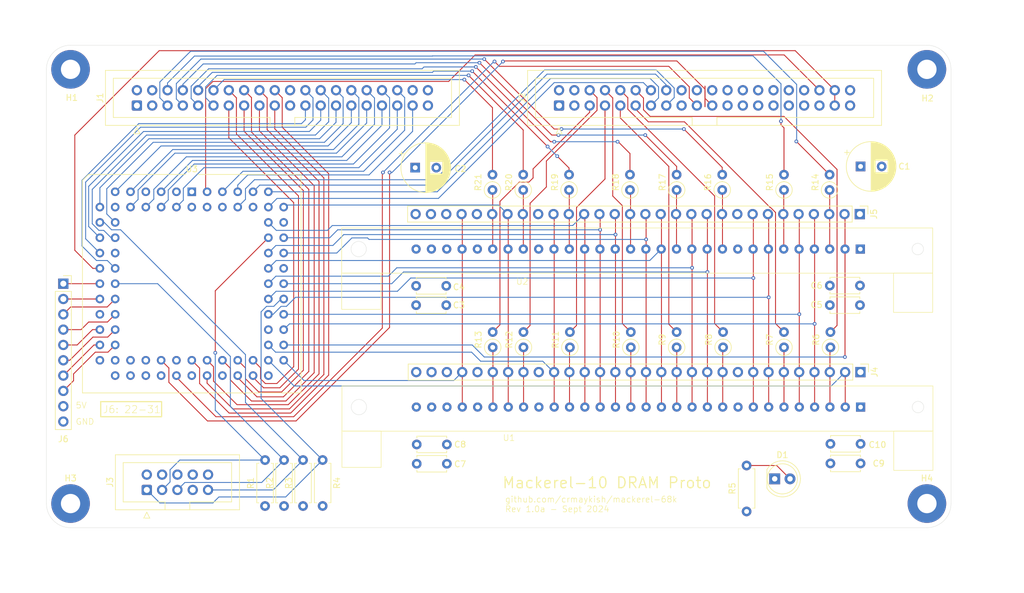
<source format=kicad_pcb>
(kicad_pcb (version 20240108) (generator "pcbnew") (generator_version "8.0")
  (layers (0 "F.Cu" signal) (1 "In1.Cu" signal) (2 "In2.Cu" signal) (31 "B.Cu" signal) (34 "B.Paste" user) (35 "F.Paste" user) (36 "B.SilkS" user "B.Silkscreen") (37 "F.SilkS" user "F.Silkscreen") (38 "B.Mask" user) (39 "F.Mask" user) (44 "Edge.Cuts" user))
  (net 0 "")
  (net 1 "GND")
  (net 2 "A4")
  (net 3 "D9")
  (net 4 "A10")
  (net 5 "+5V")
  (net 6 "A16")
  (net 7 "A15")
  (net 8 "D14")
  (net 9 "D15")
  (net 10 "A23")
  (net 11 "A18")
  (net 12 "A20")
  (net 13 "A6")
  (net 14 "A1")
  (net 15 "D13")
  (net 16 "A21")
  (net 17 "D12")
  (net 18 "D10")
  (net 19 "D11")
  (net 20 "A17")
  (net 21 "A9")
  (net 22 "A13")
  (net 23 "A12")
  (net 24 "A5")
  (net 25 "A8")
  (net 26 "A19")
  (net 27 "A7")
  (net 28 "A22")
  (net 29 "A14")
  (net 30 "A2")
  (net 31 "D8")
  (net 32 "A3")
  (net 33 "A11")
  (net 34 "{slash}EXP")
  (net 35 "R{slash}W")
  (net 36 "GPIO_4")
  (net 37 "D4")
  (net 38 "{slash}VPA")
  (net 39 "GPIO_0")
  (net 40 "{slash}AS")
  (net 41 "{slash}IACK_EXP")
  (net 42 "D7")
  (net 43 "D5")
  (net 44 "{slash}UDS")
  (net 45 "GPIO_2")
  (net 46 "{slash}DTACK_EXP")
  (net 47 "GPIO_7")
  (net 48 "{slash}IRQ_EXP")
  (net 49 "{slash}RESET")
  (net 50 "D2")
  (net 51 "{slash}LDS")
  (net 52 "CLK_SRC")
  (net 53 "GPIO_5")
  (net 54 "D6")
  (net 55 "GPIO_6")
  (net 56 "GPIO_1")
  (net 57 "D3")
  (net 58 "CLK_CPU")
  (net 59 "D0")
  (net 60 "D1")
  (net 61 "GPIO_3")
  (net 62 "{slash}BERR")
  (net 69 "Net-(J6-Pin_1)")
  (net 70 "Net-(J6-Pin_8)")
  (net 71 "TDI")
  (net 72 "TDO")
  (net 74 "TCK")
  (net 76 "TMS")
  (net 78 "Net-(D1-A)")
  (net 79 "RAM_A2")
  (net 80 "RAM_A6")
  (net 81 "RAM_A11")
  (net 82 "RAM_A9")
  (net 83 "RAM_A7")
  (net 84 "RAM_A1")
  (net 85 "RAM_A3")
  (net 86 "CAS0")
  (net 87 "RAS")
  (net 88 "RAM_A0")
  (net 89 "RAM_A8")
  (net 90 "RAMWR")
  (net 91 "RAM_A10")
  (net 92 "RAM_A5")
  (net 93 "RAM_A4")
  (net 94 "CAS1")
  (net 101 "Net-(J6-Pin_7)")
  (net 102 "Net-(J6-Pin_6)")
  (net 109 "RAM_D0")
  (net 110 "RAM_D6")
  (net 111 "RAM_D5")
  (net 112 "RAM_D7")
  (net 113 "RAM_D4")
  (net 114 "RAM_D2")
  (net 115 "RAM_D1")
  (net 116 "RAM_D3")
  (net 117 "RAM_D9")
  (net 118 "RAM_D14")
  (net 119 "RAM_D15")
  (net 120 "RAM_D13")
  (net 121 "RAM_D11")
  (net 122 "RAM_D12")
  (net 123 "RAM_D10")
  (net 124 "RAM_D8")
  (net 125 "Net-(J6-Pin_4)")
  (net 126 "Net-(J6-Pin_5)")
  (net 127 "Net-(J6-Pin_3)")
  (net 128 "Net-(J6-Pin_2)")
  (footprint "Capacitor_THT:C_Disc_D4.7mm_W2.5mm_P5.00mm" (layer "F.Cu") (at 81.3 63.1)
    (property "Reference" "C3")
    (property "Value" "0.1uF")
  )
  (footprint "Resistor_THT:R_Axial_DIN0207_L6.3mm_D2.5mm_P2.54mm_Vertical" (layer "F.Cu") (at 99.06 44 90)
    (property "Reference" "R20")
    (property "Value" "22")
  )
  (footprint "Resistor_THT:R_Axial_DIN0207_L6.3mm_D2.5mm_P2.54mm_Vertical" (layer "F.Cu") (at 116.9 70.1 90)
    (property "Reference" "R10")
    (property "Value" "22")
  )
  (footprint "Capacitor_THT:C_Disc_D4.7mm_W2.5mm_P5.00mm" (layer "F.Cu") (at 154.9 59.85 180)
    (property "Reference" "C6")
    (property "Value" "0.1uF")
  )
  (footprint "Capacitor_THT:C_Disc_D4.7mm_W2.5mm_P5.00mm" (layer "F.Cu") (at 155 89.35 180)
    (property "Reference" "C9")
    (property "Value" "0.1uF")
  )
  (footprint "Resistor_THT:R_Axial_DIN0207_L6.3mm_D2.5mm_P2.54mm_Vertical" (layer "F.Cu") (at 99.1 70.1 90)
    (property "Reference" "R12")
    (property "Value" "22")
  )
  (footprint "LED_THT:LED_D5.0mm" (layer "F.Cu") (at 140.76 91.9)
    (property "Reference" "D1")
    (property "Value" "LED")
  )
  (footprint "Capacitor_THT:C_Disc_D4.7mm_W2.5mm_P5.00mm" (layer "F.Cu") (at 155 86.1 180)
    (property "Reference" "C10")
    (property "Value" "0.1uF")
  )
  (footprint "Resistor_THT:R_Axial_DIN0207_L6.3mm_D2.5mm_P7.62mm_Horizontal" (layer "F.Cu") (at 62.55 96.41 90)
    (property "Reference" "R3")
    (property "Value" "R")
  )
  (footprint "Resistor_THT:R_Axial_DIN0207_L6.3mm_D2.5mm_P7.62mm_Horizontal" (layer "F.Cu") (at 65.8 88.78 -90)
    (property "Reference" "R4")
    (property "Value" "R")
  )
  (footprint "Connector_IDC:IDC-Header_2x20_P2.54mm_Vertical" (layer "F.Cu") (at 105 30 90)
    (property "Reference" "J2")
    (property "Value" "Conn_02x20_Odd_Even")
  )
  (footprint "Capacitor_THT:CP_Radial_D8.0mm_P3.50mm" (layer "F.Cu") (at 155 40.1)
    (property "Reference" "C1")
    (property "Value" "1000uF")
  )
  (footprint "Capacitor_THT:C_Disc_D4.7mm_W2.5mm_P5.00mm" (layer "F.Cu") (at 81.4 89.4)
    (property "Reference" "C7")
    (property "Value" "0.1uF")
  )
  (footprint "Connector_PinSocket_2.54mm:PinSocket_1x10_P2.54mm_Vertical" (layer "F.Cu") (at 22.8 59.54)
    (property "Reference" "J6")
    (property "Value" "Conn_01x10")
  )
  (footprint "Resistor_THT:R_Axial_DIN0207_L6.3mm_D2.5mm_P2.54mm_Vertical" (layer "F.Cu") (at 116.76 44 90)
    (property "Reference" "R18")
    (property "Value" "22")
  )
  (footprint "Connector_PinHeader_2.54mm:PinHeader_1x30_P2.54mm_Vertical" (layer "F.Cu") (at 154.88 48 -90)
    (property "Reference" "J5")
    (property "Value" "Conn_01x30")
  )
  (footprint "Package_LCC:PLCC-84_THT-Socket" (layer "F.Cu") (at 44.1 44.3)
    (property "Reference" "U3")
    (property "Value" "~")
  )
  (footprint "Capacitor_THT:CP_Radial_D8.0mm_P3.50mm" (layer "F.Cu") (at 81.147349 40.3)
    (property "Reference" "C2")
    (property "Value" "1000uF")
  )
  (footprint "Resistor_THT:R_Axial_DIN0207_L6.3mm_D2.5mm_P7.62mm_Horizontal" (layer "F.Cu") (at 136.1 97.31 90)
    (property "Reference" "R5")
    (property "Value" "R")
  )
  (footprint "Connector_PinHeader_2.54mm:PinHeader_1x30_P2.54mm_Vertical" (layer "F.Cu") (at 154.98 74.2 -90)
    (property "Reference" "J4")
    (property "Value" "Conn_01x30")
  )
  (footprint "Resistor_THT:R_Axial_DIN0207_L6.3mm_D2.5mm_P2.54mm_Vertical" (layer "F.Cu") (at 132.2 70.1 90)
    (property "Reference" "R8")
    (property "Value" "22")
  )
  (footprint "mackerel:SIMM-30" (layer "F.Cu") (at 154.96 53.8)
    (property "Reference" "U2")
    (property "Value" "~")
    (fp_circle (center -83.185 0) (end -81.915 0) (stroke (width 0.05)) (fill none) (layer "Edge.Cuts"))
    (fp_circle (center 9.525 0) (end 10.4775 0) (stroke (width 0.05)) (fill none) (layer "Edge.Cuts"))
  )
  (footprint "Connector_IDC:IDC-Header_2x20_P2.54mm_Vertical" (layer "F.Cu") (at 35 30 90)
    (property "Reference" "J1")
    (property "Value" "Conn_02x20_Odd_Even")
  )
  (footprint "Resistor_THT:R_Axial_DIN0207_L6.3mm_D2.5mm_P2.54mm_Vertical" (layer "F.Cu") (at 124.5 44 90)
    (property "Reference" "R17")
    (property "Value" "22")
  )
  (footprint "MountingHole:MountingHole_3.2mm_M3_Pad" (layer "F.Cu") (at 24 24)
    (property "Reference" "H1")
    (property "Value" "MountingHole_Pad")
  )
  (footprint "Resistor_THT:R_Axial_DIN0207_L6.3mm_D2.5mm_P2.54mm_Vertical" (layer "F.Cu") (at 94 70.1 90)
    (property "Reference" "R13")
    (property "Value" "22")
  )
  (footprint "Resistor_THT:R_Axial_DIN0207_L6.3mm_D2.5mm_P2.54mm_Vertical" (layer "F.Cu") (at 106.8 70.1 90)
    (property "Reference" "R11")
    (property "Value" "22")
  )
  (footprint "Resistor_THT:R_Axial_DIN0207_L6.3mm_D2.5mm_P7.62mm_Horizontal" (layer "F.Cu") (at 56.25 96.41 90)
    (property "Reference" "R1")
    (property "Value" "R")
  )
  (footprint "MountingHole:MountingHole_3.2mm_M3_Pad" (layer "F.Cu") (at 166 24)
    (property "Reference" "H2")
    (property "Value" "MountingHole_Pad")
  )
  (footprint "Resistor_THT:R_Axial_DIN0207_L6.3mm_D2.5mm_P2.54mm_Vertical" (layer "F.Cu") (at 124.5 70.1 90)
    (property "Reference" "R9")
    (property "Value" "22")
  )
  (footprint "Connector_IDC:IDC-Header_2x05_P2.54mm_Vertical" (layer "F.Cu") (at 36.64 93.74 90)
    (property "Reference" "J3")
    (property "Value" "Conn_02x05_Odd_Even")
  )
  (footprint "Resistor_THT:R_Axial_DIN0207_L6.3mm_D2.5mm_P2.54mm_Vertical" (layer "F.Cu") (at 142.3 44 90)
    (property "Reference" "R15")
    (property "Value" "22")
  )
  (footprint "Resistor_THT:R_Axial_DIN0207_L6.3mm_D2.5mm_P2.54mm_Vertical" (layer "F.Cu") (at 106.66 44 90)
    (property "Reference" "R19")
    (property "Value" "22")
  )
  (footprint "Capacitor_THT:C_Disc_D4.7mm_W2.5mm_P5.00mm" (layer "F.Cu") (at 81.3 59.9)
    (property "Reference" "C4")
    (property "Value" "0.1uF")
  )
  (footprint "Resistor_THT:R_Axial_DIN0207_L6.3mm_D2.5mm_P2.54mm_Vertical" (layer "F.Cu") (at 142.3 70.1 90)
    (property "Reference" "R7")
    (property "Value" "22")
  )
  (footprint "Resistor_THT:R_Axial_DIN0207_L6.3mm_D2.5mm_P2.54mm_Vertical" (layer "F.Cu") (at 150 70.1 90)
    (property "Reference" "R6")
    (property "Value" "22")
  )
  (footprint "MountingHole:MountingHole_3.2mm_M3_Pad" (layer "F.Cu") (at 166 96)
    (property "Reference" "H4")
    (property "Value" "MountingHole_Pad")
  )
  (footprint "MountingHole:MountingHole_3.2mm_M3_Pad" (layer "F.Cu") (at 24 96)
    (property "Reference" "H3")
    (property "Value" "MountingHole_Pad")
  )
  (footprint "Resistor_THT:R_Axial_DIN0207_L6.3mm_D2.5mm_P2.54mm_Vertical" (layer "F.Cu") (at 132.06 44 90)
    (property "Reference" "R16")
    (property "Value" "22")
  )
  (footprint "Resistor_THT:R_Axial_DIN0207_L6.3mm_D2.5mm_P7.62mm_Horizontal" (layer "F.Cu") (at 59.4 96.41 90)
    (property "Reference" "R2")
    (property "Value" "R")
  )
  (footprint "Resistor_THT:R_Axial_DIN0207_L6.3mm_D2.5mm_P2.54mm_Vertical" (layer "F.Cu") (at 149.86 44 90)
    (property "Reference" "R14")
    (property "Value" "22")
  )
  (footprint "Capacitor_THT:C_Disc_D4.7mm_W2.5mm_P5.00mm" (layer "F.Cu") (at 154.9 63.1 180)
    (property "Reference" "C5")
    (property "Value" "0.1uF")
  )
  (footprint "Capacitor_THT:C_Disc_D4.7mm_W2.5mm_P5.00mm" (layer "F.Cu") (at 81.4 86.2)
    (property "Reference" "C8")
    (property "Value" "0.1uF")
  )
  (footprint "mackerel:SIMM-30" (layer "F.Cu") (at 155 80)
    (property "Reference" "U1")
    (property "Value" "~")
    (fp_circle (center -83.185 0) (end -81.915 0) (stroke (width 0.05)) (fill none) (layer "Edge.Cuts"))
    (fp_circle (center 9.525 0) (end 10.4775 0) (stroke (width 0.05)) (fill none) (layer "Edge.Cuts"))
  )
  (footprint "Resistor_THT:R_Axial_DIN0207_L6.3mm_D2.5mm_P2.54mm_Vertical" (layer "F.Cu") (at 93.96 44 90)
    (property "Reference" "R21")
    (property "Value" "22")
  )
  (gr_rect (start 29 79.1) (end 39.1 81.6) (stroke (width 0.2)) (fill none) (layer "F.SilkS"))
  (gr_arc (start 166 20) (mid 168.828427 21.171573) (end 170 24) (stroke (width 0.05)) (layer "Edge.Cuts"))
  (gr_line (start 166 20) (end 24 20) (stroke (width 0.05)) (layer "Edge.Cuts"))
  (gr_line (start 170 96) (end 170 24) (stroke (width 0.05)) (layer "Edge.Cuts"))
  (gr_line (start 24 100) (end 166 100) (stroke (width 0.05)) (layer "Edge.Cuts"))
  (gr_arc (start 24 100) (mid 21.171573 98.828427) (end 20 96) (stroke (width 0.05)) (layer "Edge.Cuts"))
  (gr_arc (start 20 24) (mid 21.171573 21.171573) (end 24 20) (stroke (width 0.05)) (layer "Edge.Cuts"))
  (gr_line (start 20 24) (end 20 96) (stroke (width 0.05)) (layer "Edge.Cuts"))
  (gr_arc (start 170 96) (mid 168.828427 98.828427) (end 166 100) (stroke (width 0.05)) (layer "Edge.Cuts"))
  (gr_text "GND" (at 24.8 83 0) (layer "F.SilkS") (effects (font (size 1 1) (thickness 0.1)) (justify left bottom)))
  (gr_text "J6: 22-31" (at 29.3 81.1 0) (layer "F.SilkS") (effects (font (size 1.2 1.2) (thickness 0.1)) (justify left bottom)))
  (gr_text "Mackerel-10 DRAM Proto" (at 95.5 93.6 0) (layer "F.SilkS") (effects (font (size 1.8 1.8) (thickness 0.2)) (justify left bottom)))
  (gr_text "github.com/crmaykish/mackerel-68k\nRev 1.0a - Sept 2024" (at 96 97.5 0) (layer "F.SilkS") (effects (font (size 1 1) (thickness 0.1)) (justify left bottom)))
  (gr_text "5V" (at 24.8 80.3 0) (layer "F.SilkS") (effects (font (size 1 1) (thickness 0.1)) (justify left bottom)))
  (segment (start 54 34.4) (end 63.5 43.9) (width 0.1524) (layer "F.Cu") (net 2))
  (segment (start 51.72 75.12) (end 51.72 74.78) (width 0.1524) (layer "F.Cu") (net 2))
  (segment (start 63.5 74.1) (end 59.3 78.3) (width 0.1524) (layer "F.Cu") (net 2))
  (segment (start 54.9 78.3) (end 51.72 75.12) (width 0.1524) (layer "F.Cu") (net 2))
  (segment (start 52.78 27.46) (end 54 28.68) (width 0.1524) (layer "F.Cu") (net 2))
  (segment (start 59.3 78.3) (end 54.9 78.3) (width 0.1524) (layer "F.Cu") (net 2))
  (segment (start 63.5 43.9) (end 63.5 74.1) (width 0.1524) (layer "F.Cu") (net 2))
  (segment (start 54 28.68) (end 54 34.4) (width 0.1524) (layer "F.Cu") (net 2))
  (segment (start 141.8 33.2) (end 142.3 33.7) (width 0.1524) (layer "F.Cu") (net 3))
  (segment (start 142.3 33.7) (end 142.3 41.46) (width 0.1524) (layer "F.Cu") (net 3))
  (segment (start 141.8 32.6) (end 141.8 33.2) (width 0.1524) (layer "F.Cu") (net 3))
  (via (at 141.8 32.6) (size 0.6096) (drill 0.3048) (layers "F.Cu" "B.Cu") (net 3))
  (segment (start 40.08 26.257919) (end 44.537919 21.8) (width 0.1524) (layer "B.Cu") (net 3))
  (segment (start 40.08 27.46) (end 40.08 26.257919) (width 0.1524) (layer "B.Cu") (net 3))
  (segment (start 84 21.8) (end 84.0334 21.7666) (width 0.1524) (layer "B.Cu") (net 3))
  (segment (start 84.0334 21.7666) (end 137.1666 21.7666) (width 0.1524) (layer "B.Cu") (net 3))
  (segment (start 44.537919 21.8) (end 84 21.8) (width 0.1524) (layer "B.Cu") (net 3))
  (segment (start 141.8 26.4) (end 141.8 32.6) (width 0.1524) (layer "B.Cu") (net 3))
  (segment (start 137.1666 21.7666) (end 141.8 26.4) (width 0.1524) (layer "B.Cu") (net 3))
  (segment (start 37.7 36.1) (end 66.1 36.1) (width 0.1524) (layer "B.Cu") (net 4))
  (segment (start 69.2 28.64) (end 68.02 27.46) (width 0.1524) (layer "B.Cu") (net 4))
  (segment (start 31.4 49.38) (end 30 47.98) (width 0.1524) (layer "B.Cu") (net 4))
  (segment (start 30 43.8) (end 37.7 36.1) (width 0.1524) (layer "B.Cu") (net 4))
  (segment (start 69.2 33) (end 69.2 28.64) (width 0.1524) (layer "B.Cu") (net 4))
  (segment (start 30 47.98) (end 30 43.8) (width 0.1524) (layer "B.Cu") (net 4))
  (segment (start 66.1 36.1) (end 69.2 33) (width 0.1524) (layer "B.Cu") (net 4))
  (segment (start 70.9 39.7) (end 76.9 33.7) (width 0.1524) (layer "B.Cu") (net 6))
  (segment (start 44.5 39.7) (end 70.9 39.7) (width 0.1524) (layer "B.Cu") (net 6))
  (segment (start 76.9 28.72) (end 75.64 27.46) (width 0.1524) (layer "B.Cu") (net 6))
  (segment (start 40.2 45.66) (end 40.2 44) (width 0.1524) (layer "B.Cu") (net 6))
  (segment (start 76.9 33.7) (end 76.9 28.72) (width 0.1524) (layer "B.Cu") (net 6))
  (segment (start 39.02 46.84) (end 40.2 45.66) (width 0.1524) (layer "B.Cu") (net 6))
  (segment (start 40.2 44) (end 44.5 39.7) (width 0.1524) (layer "B.Cu") (net 6))
  (segment (start 44.22 39.1) (end 69.8 39.1) (width 0.1524) (layer "B.Cu") (net 7))
  (segment (start 69.8 39.1) (end 75.64 33.26) (width 0.1524) (layer "B.Cu") (net 7))
  (segment (start 39.02 44.3) (end 44.22 39.1) (width 0.1524) (layer "B.Cu") (net 7))
  (segment (start 75.64 33.26) (end 75.64 30) (width 0.1524) (layer "B.Cu") (net 7))
  (segment (start 99.06 34.06) (end 99.06 41.46) (width 0.1524) (layer "F.Cu") (net 8))
  (segment (start 90 25) (end 99.06 34.06) (width 0.1524) (layer "F.Cu") (net 8))
  (via (at 90 25) (size 0.6096) (drill 0.3048) (layers "F.Cu" "B.Cu") (net 8))
  (segment (start 46.4 26.9) (end 48.3 25) (width 0.1524) (layer "B.Cu") (net 8))
  (segment (start 48.3 25) (end 90 25) (width 0.1524) (layer "B.Cu") (net 8))
  (segment (start 47.7 30) (end 46.4 28.7) (width 0.1524) (layer "B.Cu") (net 8))
  (segment (start 46.4 28.7) (end 46.4 26.9) (width 0.1524) (layer "B.Cu") (net 8))
  (segment (start 89.3 25.7) (end 93.96 30.36) (width 0.1524) (layer "F.Cu") (net 9))
  (segment (start 93.96 30.36) (end 93.96 41.46) (width 0.1524) (layer "F.Cu") (net 9))
  (via (at 89.3 25.7) (size 0.6096) (drill 0.3048) (layers "F.Cu" "B.Cu") (net 9))
  (segment (start 49.46 25.7) (end 89.3 25.7) (width 0.1524) (layer "B.Cu") (net 9))
  (segment (start 47.7 27.46) (end 49.46 25.7) (width 0.1524) (layer "B.Cu") (net 9))
  (segment (start 35.3 33) (end 25.9 42.4) (width 0.1524) (layer "B.Cu") (net 10))
  (segment (start 62.94 32.36) (end 62.3 33) (width 0.1524) (layer "B.Cu") (net 10))
  (segment (start 25.9 53.3) (end 28.3 55.7) (width 0.1524) (layer "B.Cu") (net 10))
  (segment (start 62.94 30) (end 62.94 32.36) (width 0.1524) (layer "B.Cu") (net 10))
  (segment (start 30.1 55.7) (end 31.4 57) (width 0.1524) (layer "B.Cu") (net 10))
  (segment (start 28.3 55.7) (end 30.1 55.7) (width 0.1524) (layer "B.Cu") (net 10))
  (segment (start 62.3 33) (end 35.3 33) (width 0.1524) (layer "B.Cu") (net 10))
  (segment (start 25.9 42.4) (end 25.9 53.3) (width 0.1524) (layer "B.Cu") (net 10))
  (segment (start 72.6 40.9) (end 79.4 34.1) (width 0.1524) (layer "B.Cu") (net 11))
  (segment (start 52.58 40.9) (end 72.6 40.9) (width 0.1524) (layer "B.Cu") (net 11))
  (segment (start 79.4 34.1) (end 79.4 28.68) (width 0.1524) (layer "B.Cu") (net 11))
  (segment (start 49.18 44.3) (end 52.58 40.9) (width 0.1524) (layer "B.Cu") (net 11))
  (segment (start 79.4 28.68) (end 78.18 27.46) (width 0.1524) (layer "B.Cu") (net 11))
  (segment (start 28.7 50.7) (end 27.6 49.6) (width 0.1524) (layer "B.Cu") (net 12))
  (segment (start 36.6 34.9) (end 64.6 34.9) (width 0.1524) (layer "B.Cu") (net 12))
  (segment (start 31.4 51.92) (end 30.72 51.92) (width 0.1524) (layer "B.Cu") (net 12))
  (segment (start 30.72 51.92) (end 29.5 50.7) (width 0.1524) (layer "B.Cu") (net 12))
  (segment (start 29.5 50.7) (end 28.7 50.7) (width 0.1524) (layer "B.Cu") (net 12))
  (segment (start 66.8 28.78) (end 65.48 27.46) (width 0.1524) (layer "B.Cu") (net 12))
  (segment (start 27.6 49.6) (end 27.6 43.9) (width 0.1524) (layer "B.Cu") (net 12))
  (segment (start 27.6 43.9) (end 36.6 34.9) (width 0.1524) (layer "B.Cu") (net 12))
  (segment (start 64.6 34.9) (end 66.8 32.7) (width 0.1524) (layer "B.Cu") (net 12))
  (segment (start 66.8 32.7) (end 66.8 28.78) (width 0.1524) (layer "B.Cu") (net 12))
  (segment (start 65.2 42.6) (end 65.2 74.5) (width 0.1524) (layer "F.Cu") (net 13))
  (segment (start 47.7 73.3) (end 46.64 72.24) (width 0.1524) (layer "F.Cu") (net 13))
  (segment (start 60.1 79.6) (end 51.6 79.6) (width 0.1524) (layer "F.Cu") (net 13))
  (segment (start 56.6 34) (end 65.2 42.6) (width 0.1524) (layer "F.Cu") (net 13))
  (segment (start 47.7 75.7) (end 47.7 73.3) (width 0.1524) (layer "F.Cu") (net 13))
  (segment (start 55.32 27.46) (end 56.6 28.74) (width 0.1524) (layer "F.Cu") (net 13))
  (segment (start 56.6 28.74) (end 56.6 34) (width 0.1524) (layer "F.Cu") (net 13))
  (segment (start 51.6 79.6) (end 47.7 75.7) (width 0.1524) (layer "F.Cu") (net 13))
  (segment (start 65.2 74.5) (end 60.1 79.6) (width 0.1524) (layer "F.Cu") (net 13))
  (segment (start 56.3 76.1) (end 55.5 75.3) (width 0.1524) (layer "F.Cu") (net 14))
  (segment (start 50.24 30) (end 50.24 35.34) (width 0.1524) (layer "F.Cu") (net 14))
  (segment (start 55.5 73.48) (end 54.26 72.24) (width 0.1524) (layer "F.Cu") (net 14))
  (segment (start 61 46.1) (end 61 73.3) (width 0.1524) (layer "F.Cu") (net 14))
  (segment (start 50.24 35.34) (end 61 46.1) (width 0.1524) (layer "F.Cu") (net 14))
  (segment (start 61 73.3) (end 58.2 76.1) (width 0.1524) (layer "F.Cu") (net 14))
  (segment (start 58.2 76.1) (end 56.3 76.1) (width 0.1524) (layer "F.Cu") (net 14))
  (segment (start 55.5 75.3) (end 55.5 73.48) (width 0.1524) (layer "F.Cu") (net 14))
  (segment (start 106.66 40.36) (end 106.66 41.46) (width 0.1524) (layer "F.Cu") (net 15))
  (segment (start 104.7 38.4) (end 106.66 40.36) (width 0.1524) (layer "F.Cu") (net 15))
  (segment (start 90.6 24.3) (end 103.1 36.8) (width 0.1524) (layer "F.Cu") (net 15))
  (via (at 104.7 38.4) (size 0.6096) (drill 0.3048) (layers "F.Cu" "B.Cu") (net 15))
  (via (at 90.6 24.3) (size 0.6096) (drill 0.3048) (layers "F.Cu" "B.Cu") (net 15))
  (via (at 103.1 36.8) (size 0.6096) (drill 0.3048) (layers "F.Cu" "B.Cu") (net 15))
  (segment (start 84.2 24.3) (end 90.6 24.3) (width 0.1524) (layer "B.Cu") (net 15))
  (segment (start 103.1 36.8) (end 104.7 38.4) (width 0.1524) (layer "B.Cu") (net 15))
  (segment (start 45.16 26.84) (end 47.5 24.5) (width 0.1524) (layer "B.Cu") (net 15))
  (segment (start 47.5 24.5) (end 84 24.5) (width 0.1524) (layer "B.Cu") (net 15))
  (segment (start 45.16 27.46) (end 45.16 26.84) (width 0.1524) (layer "B.Cu") (net 15))
  (segment (start 84 24.5) (end 84.2 24.3) (width 0.1524) (layer "B.Cu") (net 15))
  (segment (start 65.48 32.42) (end 63.6 34.3) (width 0.1524) (layer "B.Cu") (net 16))
  (segment (start 36.1 34.3) (end 27 43.4) (width 0.1524) (layer "B.Cu") (net 16))
  (segment (start 27 50.06) (end 28.86 51.92) (width 0.1524) (layer "B.Cu") (net 16))
  (segment (start 63.6 34.3) (end 36.1 34.3) (width 0.1524) (layer "B.Cu") (net 16))
  (segment (start 27 43.4) (end 27 50.06) (width 0.1524) (layer "B.Cu") (net 16))
  (segment (start 65.48 30) (end 65.48 32.42) (width 0.1524) (layer "B.Cu") (net 16))
  (segment (start 116.76 37.96) (end 116.76 41.46) (width 0.1524) (layer "F.Cu") (net 17))
  (segment (start 103.6 36) (end 104.2 36) (width 0.1524) (layer "F.Cu") (net 17))
  (segment (start 114.8 36) (end 116.76 37.96) (width 0.1524) (layer "F.Cu") (net 17))
  (segment (start 91.2 23.6) (end 103.6 36) (width 0.1524) (layer "F.Cu") (net 17))
  (segment (start 114.7 36) (end 114.8 36) (width 0.1524) (layer "F.Cu") (net 17))
  (via (at 114.7 36) (size 0.6096) (drill 0.3048) (layers "F.Cu" "B.Cu") (net 17))
  (via (at 91.2 23.6) (size 0.6096) (drill 0.3048) (layers "F.Cu" "B.Cu") (net 17))
  (via (at 104.2 36) (size 0.6096) (drill 0.3048) (layers "F.Cu" "B.Cu") (net 17))
  (segment (start 44 26.8) (end 46.9 23.9) (width 0.1524) (layer "B.Cu") (net 17))
  (segment (start 82.6 23.6) (end 91.2 23.6) (width 0.1524) (layer "B.Cu") (net 17))
  (segment (start 104.2 36) (end 114.7 36) (width 0.1524) (layer "B.Cu") (net 17))
  (segment (start 82.3 23.9) (end 82.6 23.6) (width 0.1524) (layer "B.Cu") (net 17))
  (segment (start 46.9 23.9) (end 82.3 23.9) (width 0.1524) (layer "B.Cu") (net 17))
  (segment (start 45.16 30) (end 44 28.84) (width 0.1524) (layer "B.Cu") (net 17))
  (segment (start 44 28.84) (end 44 26.8) (width 0.1524) (layer "B.Cu") (net 17))
  (segment (start 125.7 33.9) (end 132.06 40.26) (width 0.1524) (layer "F.Cu") (net 18))
  (segment (start 132.06 40.26) (end 132.06 41.46) (width 0.1524) (layer "F.Cu") (net 18))
  (segment (start 104.2 33.9) (end 105.4 33.9) (width 0.1524) (layer "F.Cu") (net 18))
  (segment (start 92.6 22.3) (end 104.2 33.9) (width 0.1524) (layer "F.Cu") (net 18))
  (via (at 125.7 33.9) (size 0.6096) (drill 0.3048) (layers "F.Cu" "B.Cu") (net 18))
  (via (at 92.6 22.3) (size 0.6096) (drill 0.3048) (layers "F.Cu" "B.Cu") (net 18))
  (via (at 105.4 33.9) (size 0.6096) (drill 0.3048) (layers "F.Cu" "B.Cu") (net 18))
  (segment (start 105.4 33.9) (end 125.7 33.9) (width 0.1524) (layer "B.Cu") (net 18))
  (segment (start 45.6 22.3) (end 92.6 22.3) (width 0.1524) (layer "B.Cu") (net 18))
  (segment (start 41.5414 26.3586) (end 45.6 22.3) (width 0.1524) (layer "B.Cu") (net 18))
  (segment (start 41.5414 28.9214) (end 41.5414 26.3586) (width 0.1524) (layer "B.Cu") (net 18))
  (segment (start 42.62 30) (end 41.5414 28.9214) (width 0.1524) (layer "B.Cu") (net 18))
  (segment (start 119.3 34.9) (end 124.5 40.1) (width 0.1524) (layer "F.Cu") (net 19))
  (segment (start 103.8 34.9) (end 104.9 34.9) (width 0.1524) (layer "F.Cu") (net 19))
  (segment (start 91.8 22.9) (end 103.8 34.9) (width 0.1524) (layer "F.Cu") (net 19))
  (segment (start 124.5 40.1) (end 124.5 41.46) (width 0.1524) (layer "F.Cu") (net 19))
  (via (at 104.9 34.9) (size 0.6096) (drill 0.3048) (layers "F.Cu" "B.Cu") (net 19))
  (via (at 91.8 22.9) (size 0.6096) (drill 0.3048) (layers "F.Cu" "B.Cu") (net 19))
  (via (at 119.3 34.9) (size 0.6096) (drill 0.3048) (layers "F.Cu" "B.Cu") (net 19))
  (segment (start 42.62 27.46) (end 42.62 26.48) (width 0.1524) (layer "B.Cu") (net 19))
  (segment (start 104.9 34.9) (end 119.3 34.9) (width 0.1524) (layer "B.Cu") (net 19))
  (segment (start 46 23.1) (end 81.1 23.1) (width 0.1524) (layer "B.Cu") (net 19))
  (segment (start 81.3 22.9) (end 91.8 22.9) (width 0.1524) (layer "B.Cu") (net 19))
  (segment (start 81.1 23.1) (end 81.3 22.9) (width 0.1524) (layer "B.Cu") (net 19))
  (segment (start 42.62 26.48) (end 46 23.1) (width 0.1524) (layer "B.Cu") (net 19))
  (segment (start 46.1188 40.3) (end 71.8 40.3) (width 0.1524) (layer "B.Cu") (net 20))
  (segment (start 41.56 46.84) (end 42.7 45.7) (width 0.1524) (layer "B.Cu") (net 20))
  (segment (start 42.7 43.7188) (end 46.1188 40.3) (width 0.1524) (layer "B.Cu") (net 20))
  (segment (start 78.18 33.92) (end 78.18 30) (width 0.1524) (layer "B.Cu") (net 20))
  (segment (start 42.7 45.7) (end 42.7 43.7188) (width 0.1524) (layer "B.Cu") (net 20))
  (segment (start 71.8 40.3) (end 78.18 33.92) (width 0.1524) (layer "B.Cu") (net 20))
  (segment (start 68.02 32.78) (end 68.02 30) (width 0.1524) (layer "B.Cu") (net 21))
  (segment (start 28.86 46.84) (end 28.86 43.64) (width 0.1524) (layer "B.Cu") (net 21))
  (segment (start 65.3 35.5) (end 68.02 32.78) (width 0.1524) (layer "B.Cu") (net 21))
  (segment (start 37 35.5) (end 65.3 35.5) (width 0.1524) (layer "B.Cu") (net 21))
  (segment (start 28.86 43.64) (end 37 35.5) (width 0.1524) (layer "B.Cu") (net 21))
  (segment (start 33.94 46.84) (end 35.2 45.58) (width 0.1524) (layer "B.Cu") (net 22))
  (segment (start 35.2 44) (end 41.3 37.9) (width 0.1524) (layer "B.Cu") (net 22))
  (segment (start 41.3 37.9) (end 68.1 37.9) (width 0.1524) (layer "B.Cu") (net 22))
  (segment (start 68.1 37.9) (end 73.1 32.9) (width 0.1524) (layer "B.Cu") (net 22))
  (segment (start 35.2 45.58) (end 35.2 44) (width 0.1524) (layer "B.Cu") (net 22))
  (segment (start 73.1 32.9) (end 73.1 30) (width 0.1524) (layer "B.Cu") (net 22))
  (segment (start 33.94 44.3) (end 40.94 37.3) (width 0.1524) (layer "B.Cu") (net 23))
  (segment (start 71.8 33.1) (end 71.8 28.7) (width 0.1524) (layer "B.Cu") (net 23))
  (segment (start 67.6 37.3) (end 71.8 33.1) (width 0.1524) (layer "B.Cu") (net 23))
  (segment (start 71.8 28.7) (end 70.56 27.46) (width 0.1524) (layer "B.Cu") (net 23))
  (segment (start 40.94 37.3) (end 67.6 37.3) (width 0.1524) (layer "B.Cu") (net 23))
  (segment (start 64.4 43.3) (end 64.4 74.3) (width 0.1524) (layer "F.Cu") (net 24))
  (segment (start 54 79) (end 50.5 75.5) (width 0.1524) (layer "F.Cu") (net 24))
  (segment (start 55.32 34.22) (end 64.4 43.3) (width 0.1524) (layer "F.Cu") (net 24))
  (segment (start 64.4 74.3) (end 59.7 79) (width 0.1524) (layer "F.Cu") (net 24))
  (segment (start 50.5 73.56) (end 49.18 72.24) (width 0.1524) (layer "F.Cu") (net 24))
  (segment (start 50.5 75.5) (end 50.5 73.56) (width 0.1524) (layer "F.Cu") (net 24))
  (segment (start 55.32 30) (end 55.32 34.22) (width 0.1524) (layer "F.Cu") (net 24))
  (segment (start 59.7 79) (end 54 79) (width 0.1524) (layer "F.Cu") (net 24))
  (segment (start 45.4 73.54) (end 44.1 72.24) (width 0.1524) (layer "F.Cu") (net 25))
  (segment (start 60.5 81) (end 50.3 81) (width 0.1524) (layer "F.Cu") (net 25))
  (segment (start 59.1 28.7) (end 59.1 33.6) (width 0.1524) (layer "F.Cu") (net 25))
  (segment (start 57.86 27.46) (end 59.1 28.7) (width 0.1524) (layer "F.Cu") (net 25))
  (segment (start 66.8 41.3) (end 66.8 74.7) (width 0.1524) (layer "F.Cu") (net 25))
  (segment (start 50.3 81) (end 45.4 76.1) (width 0.1524) (layer "F.Cu") (net 25))
  (segment (start 59.1 33.6) (end 66.8 41.3) (width 0.1524) (layer "F.Cu") (net 25))
  (segment (start 66.8 74.7) (end 60.5 81) (width 0.1524) (layer "F.Cu") (net 25))
  (segment (start 45.4 76.1) (end 45.4 73.54) (width 0.1524) (layer "F.Cu") (net 25))
  (segment (start 53.4 41.5) (end 73.5 41.5) (width 0.1524) (layer "B.Cu") (net 26))
  (segment (start 51.72 43.18) (end 53.4 41.5) (width 0.1524) (layer "B.Cu") (net 26))
  (segment (start 51.72 44.3) (end 51.72 43.18) (width 0.1524) (layer "B.Cu") (net 26))
  (segment (start 80.72 34.28) (end 80.72 30) (width 0.1524) (layer "B.Cu") (net 26))
  (segment (start 73.5 41.5) (end 80.72 34.28) (width 0.1524) (layer "B.Cu") (net 26))
  (segment (start 66 74.6) (end 60.3 80.3) (width 0.1524) (layer "F.Cu") (net 27))
  (segment (start 57.86 30) (end 57.86 33.86) (width 0.1524) (layer "F.Cu") (net 27))
  (segment (start 50.9 80.3) (end 46.64 76.04) (width 0.1524) (layer "F.Cu") (net 27))
  (segment (start 46.64 76.04) (end 46.64 74.78) (width 0.1524) (layer "F.Cu") (net 27))
  (segment (start 60.3 80.3) (end 50.9 80.3) (width 0.1524) (layer "F.Cu") (net 27))
  (segment (start 66 42) (end 66 74.6) (width 0.1524) (layer "F.Cu") (net 27))
  (segment (start 57.86 33.86) (end 66 42) (width 0.1524) (layer "F.Cu") (net 27))
  (segment (start 26.5 42.7) (end 35.6 33.6) (width 0.1524) (layer "B.Cu") (net 28))
  (segment (start 64.2 28.72) (end 62.94 27.46) (width 0.1524) (layer "B.Cu") (net 28))
  (segment (start 63 33.6) (end 64.2 32.4) (width 0.1524) (layer "B.Cu") (net 28))
  (segment (start 64.2 32.4) (end 64.2 28.72) (width 0.1524) (layer "B.Cu") (net 28))
  (segment (start 35.6 33.6) (end 63 33.6) (width 0.1524) (layer "B.Cu") (net 28))
  (segment (start 28.86 54.46) (end 26.5 52.1) (width 0.1524) (layer "B.Cu") (net 28))
  (segment (start 26.5 52.1) (end 26.5 42.7) (width 0.1524) (layer "B.Cu") (net 28))
  (segment (start 37.8 45.52) (end 37.8 43.9) (width 0.1524) (layer "B.Cu") (net 29))
  (segment (start 37.8 43.9) (end 43.2 38.5) (width 0.1524) (layer "B.Cu") (net 29))
  (segment (start 74.4 33.1) (end 74.4 28.76) (width 0.1524) (layer "B.Cu") (net 29))
  (segment (start 36.48 46.84) (end 37.8 45.52) (width 0.1524) (layer "B.Cu") (net 29))
  (segment (start 43.2 38.5) (end 69 38.5) (width 0.1524) (layer "B.Cu") (net 29))
  (segment (start 74.4 28.76) (end 73.1 27.46) (width 0.1524) (layer "B.Cu") (net 29))
  (segment (start 69 38.5) (end 74.4 33.1) (width 0.1524) (layer "B.Cu") (net 29))
  (segment (start 61.8 45) (end 61.8 73.7) (width 0.1524) (layer "F.Cu") (net 30))
  (segment (start 61.8 73.7) (end 58.7 76.8) (width 0.1524) (layer "F.Cu") (net 30))
  (segment (start 51.5 28.72) (end 51.5 34.7) (width 0.1524) (layer "F.Cu") (net 30))
  (segment (start 54.26 75.06) (end 54.26 74.78) (width 0.1524) (layer "F.Cu") (net 30))
  (segment (start 51.5 34.7) (end 61.8 45) (width 0.1524) (layer "F.Cu") (net 30))
  (segment (start 50.24 27.46) (end 51.5 28.72) (width 0.1524) (layer "F.Cu") (net 30))
  (segment (start 58.7 76.8) (end 56 76.8) (width 0.1524) (layer "F.Cu") (net 30))
  (segment (start 56 76.8) (end 54.26 75.06) (width 0.1524) (layer "F.Cu") (net 30))
  (segment (start 144.35 35.95) (end 149.86 41.46) (width 0.1524) (layer "F.Cu") (net 31))
  (via (at 144.35 35.95) (size 0.6096) (drill 0.3048) (layers "F.Cu" "B.Cu") (net 31))
  (segment (start 43.9 21) (end 38.8 26.1) (width 0.1524) (layer "B.Cu") (net 31))
  (segment (start 144.4 35.9) (end 144.4 26.5) (width 0.1524) (layer "B.Cu") (net 31))
  (segment (start 38.8 28.72) (end 40.08 30) (width 0.1524) (layer "B.Cu") (net 31))
  (segment (start 144.4 26.5) (end 138.9 21) (width 0.1524) (layer "B.Cu") (net 31))
  (segment (start 138.9 21) (end 43.9 21) (width 0.1524) (layer "B.Cu") (net 31))
  (segment (start 38.8 26.1) (end 38.8 28.72) (width 0.1524) (layer "B.Cu") (net 31))
  (segment (start 144.35 35.95) (end 144.4 35.9) (width 0.1524) (layer "B.Cu") (net 31))
  (segment (start 62.6 44.1) (end 62.6 73.9) (width 0.1524) (layer "F.Cu") (net 32))
  (segment (start 55.2 77.5) (end 53 75.3) (width 0.1524) (layer "F.Cu") (net 32))
  (segment (start 59 77.5) (end 55.2 77.5) (width 0.1524) (layer "F.Cu") (net 32))
  (segment (start 52.78 34.28) (end 62.6 44.1) (width 0.1524) (layer "F.Cu") (net 32))
  (segment (start 53 75.3) (end 53 73.52) (width 0.1524) (layer "F.Cu") (net 32))
  (segment (start 52.78 30) (end 52.78 34.28) (width 0.1524) (layer "F.Cu") (net 32))
  (segment (start 53 73.52) (end 51.72 72.24) (width 0.1524) (layer "F.Cu") (net 32))
  (segment (start 62.6 73.9) (end 59 77.5) (width 0.1524) (layer "F.Cu") (net 32))
  (segment (start 39 36.7) (end 31.4 44.3) (width 0.1524) (layer "B.Cu") (net 33))
  (segment (start 70.56 30) (end 70.56 32.84) (width 0.1524) (layer "B.Cu") (net 33))
  (segment (start 70.56 32.84) (end 66.7 36.7) (width 0.1524) (layer "B.Cu") (net 33))
  (segment (start 66.7 36.7) (end 39 36.7) (width 0.1524) (layer "B.Cu") (net 33))
  (segment (start 123.2 23.5) (end 126.6 26.9) (width 0.1524) (layer "F.Cu") (net 34))
  (segment (start 61 81.6) (end 48.1 81.6) (width 0.1524) (layer "F.Cu") (net 34))
  (segment (start 95.1 23.5) (end 123.2 23.5) (width 0.1524) (layer "F.Cu") (net 34))
  (segment (start 75.7 41.2) (end 75.7 66.9) (width 0.1524) (layer "F.Cu") (net 34))
  (segment (start 126.6 26.9) (end 126.6 28.74) (width 0.1524) (layer "F.Cu") (net 34))
  (segment (start 94.3 22.7) (end 95.1 23.5) (width 0.1524) (layer "F.Cu") (net 34))
  (segment (start 75.8 41.1) (end 75.7 41.2) (width 0.1524) (layer "F.Cu") (net 34))
  (segment (start 41.56 75.06) (end 41.56 74.78) (width 0.1524) (layer "F.Cu") (net 34))
  (segment (start 126.6 28.74) (end 127.86 30) (width 0.1524) (layer "F.Cu") (net 34))
  (segment (start 75.7 66.9) (end 61 81.6) (width 0.1524) (layer "F.Cu") (net 34))
  (segment (start 48.1 81.6) (end 41.56 75.06) (width 0.1524) (layer "F.Cu") (net 34))
  (via (at 75.8 41.1) (size 0.6096) (drill 0.3048) (layers "F.Cu" "B.Cu") (net 34))
  (via (at 94.3 22.7) (size 0.6096) (drill 0.3048) (layers "F.Cu" "B.Cu") (net 34))
  (segment (start 94.2 22.7) (end 75.8 41.1) (width 0.1524) (layer "B.Cu") (net 34))
  (segment (start 94.3 22.7) (end 94.2 22.7) (width 0.1524) (layer "B.Cu") (net 34))
  (segment (start 85 45.4) (end 104.2 26.2) (width 0.1524) (layer "B.Cu") (net 35))
  (segment (start 58.24 45.4) (end 85 45.4) (width 0.1524) (layer "B.Cu") (net 35))
  (segment (start 118.98 26.2) (end 120.24 27.46) (width 0.1524) (layer "B.Cu") (net 35))
  (segment (start 104.2 26.2) (end 118.98 26.2) (width 0.1524) (layer "B.Cu") (net 35))
  (segment (start 56.8 46.84) (end 58.24 45.4) (width 0.1524) (layer "B.Cu") (net 35))
  (segment (start 123.2 40.1) (end 123.2 66.26) (width 0.1524) (layer "F.Cu") (net 37))
  (segment (start 115.16 30) (end 115.16 32.06) (width 0.1524) (layer "F.Cu") (net 37))
  (segment (start 123.2 66.26) (end 124.5 67.56) (width 0.1524) (layer "F.Cu") (net 37))
  (segment (start 115.16 32.06) (end 123.2 40.1) (width 0.1524) (layer "F.Cu") (net 37))
  (segment (start 121.5 26.9) (end 120.1 25.5) (width 0.1524) (layer "B.Cu") (net 40))
  (segment (start 120.24 30) (end 121.5 28.74) (width 0.1524) (layer "B.Cu") (net 40))
  (segment (start 84.8 44.3) (end 56.8 44.3) (width 0.1524) (layer "B.Cu") (net 40))
  (segment (start 120.1 25.5) (end 103.6 25.5) (width 0.1524) (layer "B.Cu") (net 40))
  (segment (start 103.6 25.5) (end 84.8 44.3) (width 0.1524) (layer "B.Cu") (net 40))
  (segment (start 121.5 28.74) (end 121.5 26.9) (width 0.1524) (layer "B.Cu") (net 40))
  (segment (start 117.7 27.46) (end 119 28.76) (width 0.1524) (layer "F.Cu") (net 42))
  (segment (start 151.1 66.46) (end 150 67.56) (width 0.1524) (layer "F.Cu") (net 42))
  (segment (start 142.3 31.8) (end 151.1 40.6) (width 0.1524) (layer "F.Cu") (net 42))
  (segment (start 151.1 40.6) (end 151.1 66.46) (width 0.1524) (layer "F.Cu") (net 42))
  (segment (start 119 30.7) (end 120.1 31.8) (width 0.1524) (layer "F.Cu") (net 42))
  (segment (start 120.1 31.8) (end 142.3 31.8) (width 0.1524) (layer "F.Cu") (net 42))
  (segment (start 119 28.76) (end 119 30.7) (width 0.1524) (layer "F.Cu") (net 42))
  (segment (start 116.4 28.7) (end 116.4 30.6) (width 0.1524) (layer "F.Cu") (net 43))
  (segment (start 116.4 30.6) (end 130.8 45) (width 0.1524) (layer "F.Cu") (net 43))
  (segment (start 130.8 45) (end 130.8 66.16) (width 0.1524) (layer "F.Cu") (net 43))
  (segment (start 115.16 27.46) (end 116.4 28.7) (width 0.1524) (layer "F.Cu") (net 43))
  (segment (start 130.8 66.16) (end 132.2 67.56) (width 0.1524) (layer "F.Cu") (net 43))
  (segment (start 122.78 30) (end 124.1 28.68) (width 0.1524) (layer "B.Cu") (net 44))
  (segment (start 84.4 42.3) (end 54.5 42.3) (width 0.1524) (layer "B.Cu") (net 44))
  (segment (start 102.6 24.1) (end 84.4 42.3) (width 0.1524) (layer "B.Cu") (net 44))
  (segment (start 54.5 42.3) (end 53 43.8) (width 0.1524) (layer "B.Cu") (net 44))
  (segment (start 124.1 27.1) (end 121.1 24.1) (width 0.1524) (layer "B.Cu") (net 44))
  (segment (start 124.1 28.68) (end 124.1 27.1) (width 0.1524) (layer "B.Cu") (net 44))
  (segment (start 53 45.56) (end 51.72 46.84) (width 0.1524) (layer "B.Cu") (net 44))
  (segment (start 121.1 24.1) (end 102.6 24.1) (width 0.1524) (layer "B.Cu") (net 44))
  (segment (start 53 43.8) (end 53 45.56) (width 0.1524) (layer "B.Cu") (net 44))
  (segment (start 40.3 75.9) (end 40.3 73.52) (width 0.1524) (layer "F.Cu") (net 46))
  (segment (start 46.7 82.3) (end 40.3 75.9) (width 0.1524) (layer "F.Cu") (net 46))
  (segment (start 129.2 28.8) (end 130.4 30) (width 0.1524) (layer "F.Cu") (net 46))
  (segment (start 129.2 26.8) (end 129.2 28.8) (width 0.1524) (layer "F.Cu") (net 46))
  (segment (start 95.7 22.7) (end 95.8 22.6) (width 0.1524) (layer "F.Cu") (net 46))
  (segment (start 76.9 41.1) (end 76.9 66.8) (width 0.1524) (layer "F.Cu") (net 46))
  (segment (start 76.9 66.8) (end 61.4 82.3) (width 0.1524) (layer "F.Cu") (net 46))
  (segment (start 129.2 27.274629) (end 129.2 30.185371) (width 0.1524) (layer "F.Cu") (net 46))
  (segment (start 40.3 73.52) (end 39.02 72.24) (width 0.1524) (layer "F.Cu") (net 46))
  (segment (start 124.525371 22.6) (end 129.2 27.274629) (width 0.1524) (layer "F.Cu") (net 46))
  (segment (start 95.8 22.6) (end 124.525371 22.6) (width 0.1524) (layer "F.Cu") (net 46))
  (segment (start 61.4 82.3) (end 46.7 82.3) (width 0.1524) (layer "F.Cu") (net 46))
  (segment (start 129.2 30.185371) (end 129.2 26.8) (width 0.1524) (layer "F.Cu") (net 46))
  (via (at 95.7 22.7) (size 0.6096) (drill 0.3048) (layers "F.Cu" "B.Cu") (net 46))
  (via (at 76.9 41.1) (size 0.6096) (drill 0.3048) (layers "F.Cu" "B.Cu") (net 46))
  (segment (start 95.7 22.7) (end 77.3 41.1) (width 0.1524) (layer "B.Cu") (net 46))
  (segment (start 77.3 41.1) (end 76.9 41.1) (width 0.1524) (layer "B.Cu") (net 46))
  (segment (start 150.72 27.46) (end 144.16 20.9) (width 0.1524) (layer "F.Cu") (net 49))
  (segment (start 27.7 57) (end 28.86 57) (width 0.1524) (layer "F.Cu") (net 49))
  (segment (start 24.7 34.9) (end 24.7 54) (width 0.1524) (layer "F.Cu") (net 49))
  (segment (start 144.16 20.9) (end 38.7 20.9) (width 0.1524) (layer "F.Cu") (net 49))
  (segment (start 150.72 27.46) (end 150.72 30) (width 0.1524) (layer "F.Cu") (net 49))
  (segment (start 24.7 54) (end 27.7 57) (width 0.1524) (layer "F.Cu") (net 49))
  (segment (start 38.7 20.9) (end 24.7 34.9) (width 0.1524) (layer "F.Cu") (net 49))
  (segment (start 106.8 67.56) (end 107.9 66.46) (width 0.1524) (layer "F.Cu") (net 50))
  (segment (start 107.9 46.9) (end 112.62 42.18) (width 0.1524) (layer "F.Cu") (net 50))
  (segment (start 107.9 66.46) (end 107.9 46.9) (width 0.1524) (layer "F.Cu") (net 50))
  (segment (start 112.62 42.18) (end 112.62 30) (width 0.1524) (layer "F.Cu") (net 50))
  (segment (start 55.36 43.2) (end 54.26 44.3) (width 0.1524) (layer "B.Cu") (net 51))
  (segment (start 103 24.8) (end 84.6 43.2) (width 0.1524) (layer "B.Cu") (net 51))
  (segment (start 84.6 43.2) (end 55.36 43.2) (width 0.1524) (layer "B.Cu") (net 51))
  (segment (start 122.78 26.58) (end 121 24.8) (width 0.1524) (layer "B.Cu") (net 51))
  (segment (start 121 24.8) (end 103 24.8) (width 0.1524) (layer "B.Cu") (net 51))
  (segment (start 122.78 27.46) (end 122.78 26.58) (width 0.1524) (layer "B.Cu") (net 51))
  (segment (start 46.4 44.06) (end 46.4 27.2) (width 0.1524) (layer "F.Cu") (net 52))
  (segment (start 47.6 26) (end 86.7 26) (width 0.1524) (layer "F.Cu") (net 52))
  (segment (start 46.64 44.3) (end 46.4 44.06) (width 0.1524) (layer "F.Cu") (net 52))
  (segment (start 46.4 27.2) (end 47.6 26) (width 0.1524) (layer "F.Cu") (net 52))
  (segment (start 142.32 21.6) (end 148.18 27.46) (width 0.1524) (layer "F.Cu") (net 52))
  (segment (start 91.1 21.6) (end 142.32 21.6) (width 0.1524) (layer "F.Cu") (net 52))
  (segment (start 86.7 26) (end 91.1 21.6) (width 0.1524) (layer "F.Cu") (net 52))
  (segment (start 117.7 30) (end 117.7 30.6) (width 0.1524) (layer "F.Cu") (net 54))
  (segment (start 117.7 30.6) (end 119.8 32.7) (width 0.1524) (layer "F.Cu") (net 54))
  (segment (start 140.9 66.16) (end 142.3 67.56) (width 0.1524) (layer "F.Cu") (net 54))
  (segment (start 119.8 32.7) (end 125.8 32.7) (width 0.1524) (layer "F.Cu") (net 54))
  (segment (start 140.0214 46.9214) (end 140.086771 46.9214) (width 0.1524) (layer "F.Cu") (net 54))
  (segment (start 125.8 32.7) (end 140.0214 46.9214) (width 0.1524) (layer "F.Cu") (net 54))
  (segment (start 140.9 47.734629) (end 140.9 66.16) (width 0.1524) (layer "F.Cu") (net 54))
  (segment (start 140.086771 46.9214) (end 140.9 47.734629) (width 0.1524) (layer "F.Cu") (net 54))
  (segment (start 115.5 46.6) (end 115.5 66.16) (width 0.1524) (layer "F.Cu") (net 57))
  (segment (start 113.9 28.74) (end 113.9 45) (width 0.1524) (layer "F.Cu") (net 57))
  (segment (start 112.62 27.46) (end 113.9 28.74) (width 0.1524) (layer "F.Cu") (net 57))
  (segment (start 113.9 45) (end 115.5 46.6) (width 0.1524) (layer "F.Cu") (net 57))
  (segment (start 115.5 66.16) (end 116.9 67.56) (width 0.1524) (layer "F.Cu") (net 57))
  (segment (start 100.7 40.5) (end 100.7 42) (width 0.1524) (layer "F.Cu") (net 59))
  (segment (start 100.7 42) (end 100 42.7) (width 0.1524) (layer "F.Cu") (net 59))
  (segment (start 110.08 30) (end 110.08 31.12) (width 0.1524) (layer "F.Cu") (net 59))
  (segment (start 95.2 66.36) (end 94 67.56) (width 0.1524) (layer "F.Cu") (net 59))
  (segment (start 110.08 31.12) (end 100.7 40.5) (width 0.1524) (layer "F.Cu") (net 59))
  (segment (start 100 42.7) (end 98.4 42.7) (width 0.1524) (layer "F.Cu") (net 59))
  (segment (start 98.4 42.7) (end 95.2 45.9) (width 0.1524) (layer "F.Cu") (net 59))
  (segment (start 95.2 45.9) (end 95.2 66.36) (width 0.1524) (layer "F.Cu") (net 59))
  (segment (start 110.08 27.46) (end 111.3 28.68) (width 0.1524) (layer "F.Cu") (net 60))
  (segment (start 102.9 39.2) (end 102.9 43.5) (width 0.1524) (layer "F.Cu") (net 60))
  (segment (start 102.9 43.5) (end 100.2 46.2) (width 0.1524) (layer "F.Cu") (net 60))
  (segment (start 100.2 66.46) (end 99.1 67.56) (width 0.1524) (layer "F.Cu") (net 60))
  (segment (start 100.2 46.2) (end 100.2 66.46) (width 0.1524) (layer "F.Cu") (net 60))
  (segment (start 111.3 30.8) (end 102.9 39.2) (width 0.1524) (layer "F.Cu") (net 60))
  (segment (start 111.3 28.68) (end 111.3 30.8) (width 0.1524) (layer "F.Cu") (net 60))
  (segment (start 28.86 59.54) (end 22.8 59.54) (width 0.1524) (layer "F.Cu") (net 69))
  (segment (start 24.5 74.5) (end 28.1 70.9) (width 0.1524) (layer "F.Cu") (net 70))
  (segment (start 24.5 75.62) (end 24.5 74.5) (width 0.1524) (layer "F.Cu") (net 70))
  (segment (start 30.2 70.9) (end 31.4 69.7) (width 0.1524) (layer "F.Cu") (net 70))
  (segment (start 28.1 70.9) (end 30.2 70.9) (width 0.1524) (layer "F.Cu") (net 70))
  (segment (start 22.8 77.32) (end 24.5 75.62) (width 0.1524) (layer "F.Cu") (net 70))
  (segment (start 53 79.24) (end 53 71.3) (width 0.1524) (layer "B.Cu") (net 71))
  (segment (start 62.55 88.79) (end 53 79.24) (width 0.1524) (layer "B.Cu") (net 71))
  (segment (start 29.575461 49.38) (end 28.86 49.38) (width 0.1524) (layer "B.Cu") (net 71))
  (segment (start 57.6 93.74) (end 46.8 93.74) (width 0.1524) (layer "B.Cu") (net 71))
  (segment (start 30.795461 50.6) (end 29.575461 49.38) (width 0.1524) (layer "B.Cu") (net 71))
  (segment (start 62.55 88.79) (end 57.6 93.74) (width 0.1524) (layer "B.Cu") (net 71))
  (segment (start 53 71.3) (end 32.3 50.6) (width 0.1524) (layer "B.Cu") (net 71))
  (segment (start 32.3 50.6) (end 30.795461 50.6) (width 0.1524) (layer "B.Cu") (net 71))
  (segment (start 48 71) (end 48 60.72) (width 0.1524) (layer "F.Cu") (net 72))
  (segment (start 48 60.72) (end 56.8 51.92) (width 0.1524) (layer "F.Cu") (net 72))
  (via (at 48 71) (size 0.6096) (drill 0.3048) (layers "F.Cu" "B.Cu") (net 72))
  (segment (start 40.5 90.4) (end 40.5 92.42) (width 0.1524) (layer "B.Cu") (net 72))
  (segment (start 40.5 92.42) (end 39.18 93.74) (width 0.1524) (layer "B.Cu") (net 72))
  (segment (start 56.25 88.79) (end 48 80.54) (width 0.1524) (layer "B.Cu") (net 72))
  (segment (start 56.25 88.79) (end 42.11 88.79) (width 0.1524) (layer "B.Cu") (net 72))
  (segment (start 48 80.54) (end 48 71) (width 0.1524) (layer "B.Cu") (net 72))
  (segment (start 42.11 88.79) (end 40.5 90.4) (width 0.1524) (layer "B.Cu") (net 72))
  (segment (start 47.6 95.9) (end 38.8 95.9) (width 0.1524) (layer "B.Cu") (net 74))
  (segment (start 55.6 78.58) (end 55.6 64.2) (width 0.1524) (layer "B.Cu") (net 74))
  (segment (start 65.8 88.78) (end 55.6 78.58) (width 0.1524) (layer "B.Cu") (net 74))
  (segment (start 56.5 63.3) (end 57.7 63.3) (width 0.1524) (layer "B.Cu") (net 74))
  (segment (start 65.8 88.78) (end 59.68 94.9) (width 0.1524) (layer "B.Cu") (net 74))
  (segment (start 59.68 94.9) (end 48.6 94.9) (width 0.1524) (layer "B.Cu") (net 74))
  (segment (start 38.8 95.9) (end 36.64 93.74) (width 0.1524) (layer "B.Cu") (net 74))
  (segment (start 58.92 62.08) (end 59.34 62.08) (width 0.1524) (layer "B.Cu") (net 74))
  (segment (start 55.6 64.2) (end 56.5 63.3) (width 0.1524) (layer "B.Cu") (net 74))
  (segment (start 57.7 63.3) (end 58.92 62.08) (width 0.1524) (layer "B.Cu") (net 74))
  (segment (start 48.6 94.9) (end 47.6 95.9) (width 0.1524) (layer "B.Cu") (net 74))
  (segment (start 42.96 92.5) (end 41.72 93.74) (width 0.1524) (layer "B.Cu") (net 76))
  (segment (start 50.5 79.89) (end 50.5 71.6) (width 0.1524) (layer "B.Cu") (net 76))
  (segment (start 50.5 71.6) (end 38.44 59.54) (width 0.1524) (layer "B.Cu") (net 76))
  (segment (start 59.4 88.79) (end 55.69 92.5) (width 0.1524) (layer "B.Cu") (net 76))
  (segment (start 59.4 88.79) (end 50.5 79.89) (width 0.1524) (layer "B.Cu") (net 76))
  (segment (start 38.44 59.54) (end 31.4 59.54) (width 0.1524) (layer "B.Cu") (net 76))
  (segment (start 55.69 92.5) (end 42.96 92.5) (width 0.1524) (layer "B.Cu") (net 76))
  (segment (start 143.3 91.9) (end 141.09 89.69) (width 0.1524) (layer "F.Cu") (net 78))
  (segment (start 141.09 89.69) (end 136.1 89.69) (width 0.1524) (layer "F.Cu") (net 78))
  (segment (start 139.76 48.12) (end 139.64 48) (width 0.1524) (layer "F.Cu") (net 79))
  (segment (start 139.76 61.8) (end 139.76 48.12) (width 0.1524) (layer "F.Cu") (net 79))
  (segment (start 139.76 80) (end 139.76 61.8) (width 0.1524) (layer "F.Cu") (net 79))
  (via (at 139.76 61.8) (size 0.6096) (drill 0.3048) (layers "F.Cu" "B.Cu") (net 79))
  (segment (start 57.59 64.62) (end 58.91 63.3) (width 0.1524) (layer "B.Cu") (net 79))
  (segment (start 58.91 63.3) (end 59.8 63.3) (width 0.1524) (layer "B.Cu") (net 79))
  (segment (start 61.3 61.8) (end 139.76 61.8) (width 0.1524) (layer "B.Cu") (net 79))
  (segment (start 59.8 63.3) (end 61.3 61.8) (width 0.1524) (layer "B.Cu") (net 79))
  (segment (start 56.8 64.62) (end 57.59 64.62) (width 0.1524) (layer "B.Cu") (net 79))
  (segment (start 121.98 48.12) (end 121.86 48) (width 0.1524) (layer "F.Cu") (net 80))
  (segment (start 121.98 80) (end 121.98 48.12) (width 0.1524) (layer "F.Cu") (net 80))
  (segment (start 120.04 55.7) (end 121.94 53.8) (width 0.1524) (layer "B.Cu") (net 80))
  (segment (start 56.8 57) (end 58.1 55.7) (width 0.1524) (layer "B.Cu") (net 80))
  (segment (start 58.1 55.7) (end 120.04 55.7) (width 0.1524) (layer "B.Cu") (net 80))
  (segment (start 96.58 80) (end 96.58 48.12) (width 0.1524) (layer "F.Cu") (net 81))
  (segment (start 96.58 48.12) (end 96.46 48) (width 0.1524) (layer "F.Cu") (net 81))
  (segment (start 94.96 46.5) (end 96.46 48) (width 0.1524) (layer "B.Cu") (net 81))
  (segment (start 59.68 46.5) (end 94.96 46.5) (width 0.1524) (layer "B.Cu") (net 81))
  (segment (start 59.34 46.84) (end 59.68 46.5) (width 0.1524) (layer "B.Cu") (net 81))
  (segment (start 111.82 48.12) (end 111.7 48) (width 0.1524) (layer "F.Cu") (net 82))
  (segment (start 111.82 80) (end 111.82 50.6) (width 0.1524) (layer "F.Cu") (net 82))
  (segment (start 111.82 50.6) (end 111.82 48.12) (width 0.1524) (layer "F.Cu") (net 82))
  (via (at 111.82 50.6) (size 0.6096) (drill 0.3048) (layers "F.Cu" "B.Cu") (net 82))
  (segment (start 66.98 51.92) (end 59.34 51.92) (width 0.1524) (layer "B.Cu") (net 82))
  (segment (start 111.82 50.6) (end 68.3 50.6) (width 0.1524) (layer "B.Cu") (net 82))
  (segment (start 68.3 50.6) (end 66.98 51.92) (width 0.1524) (layer "B.Cu") (net 82))
  (segment (start 119.44 48.12) (end 119.32 48) (width 0.1524) (layer "F.Cu") (net 83))
  (segment (start 119.44 52.2) (end 119.44 48.12) (width 0.1524) (layer "F.Cu") (net 83))
  (segment (start 119.44 80) (end 119.44 52.2) (width 0.1524) (layer "F.Cu") (net 83))
  (via (at 119.44 52.2) (size 0.6096) (drill 0.3048) (layers "F.Cu" "B.Cu") (net 83))
  (segment (start 119.44 52.2) (end 73.5 52.2) (width 0.1524) (layer "B.Cu") (net 83))
  (segment (start 73.245753 51.945753) (end 70.654247 51.945753) (width 0.1524) (layer "B.Cu") (net 83))
  (segment (start 73.5 52.2) (end 73.245753 51.945753) (width 0.1524) (layer "B.Cu") (net 83))
  (segment (start 70.654247 51.945753) (end 68.14 54.46) (width 0.1524) (layer "B.Cu") (net 83))
  (segment (start 68.14 54.46) (end 59.34 54.46) (width 0.1524) (layer "B.Cu") (net 83))
  (segment (start 144.84 80) (end 144.84 64.6) (width 0.1524) (layer "F.Cu") (net 84))
  (segment (start 144.84 48.12) (end 144.72 48) (width 0.1524) (layer "F.Cu") (net 84))
  (segment (start 144.84 64.6) (end 144.84 48.12) (width 0.1524) (layer "F.Cu") (net 84))
  (via (at 144.84 64.6) (size 0.6096) (drill 0.3048) (layers "F.Cu" "B.Cu") (net 84))
  (segment (start 59.34 64.62) (end 144.82 64.62) (width 0.1524) (layer "B.Cu") (net 84))
  (segment (start 144.82 64.62) (end 144.84 64.6) (width 0.1524) (layer "B.Cu") (net 84))
  (segment (start 137.22 48.12) (end 137.1 48) (width 0.1524) (layer "F.Cu") (net 85))
  (segment (start 137.22 80) (end 137.22 58.6) (width 0.1524) (layer "F.Cu") (net 85))
  (segment (start 137.22 58.6) (end 137.22 48.12) (width 0.1524) (layer "F.Cu") (net 85))
  (via (at 137.22 58.6) (size 0.6096) (drill 0.3048) (layers "F.Cu" "B.Cu") (net 85))
  (segment (start 80.4 58.6) (end 137.22 58.6) (width 0.1524) (layer "B.Cu") (net 85))
  (segment (start 58.08 60.8) (end 78.2 60.8) (width 0.1524) (layer "B.Cu") (net 85))
  (segment (start 56.8 62.08) (end 58.08 60.8) (width 0.1524) (layer "B.Cu") (net 85))
  (segment (start 78.2 60.8) (end 80.4 58.6) (width 0.1524) (layer "B.Cu") (net 85))
  (segment (start 152.46 80) (end 152.46 74.22) (width 0.1524) (layer "F.Cu") (net 86))
  (segment (start 152.46 74.22) (end 152.44 74.2) (width 0.1524) (layer "F.Cu") (net 86))
  (segment (start 150.14 76.5) (end 152.44 74.2) (width 0.1524) (layer "B.Cu") (net 86))
  (segment (start 61.06 76.5) (end 150.14 76.5) (width 0.1524) (layer "B.Cu") (net 86))
  (segment (start 56.8 72.24) (end 61.06 76.5) (width 0.1524) (layer "B.Cu") (net 86))
  (segment (start 88.96 80) (end 88.96 48.12) (width 0.1524) (layer "F.Cu") (net 87))
  (segment (start 88.96 48.12) (end 88.84 48) (width 0.1524) (layer "F.Cu") (net 87))
  (segment (start 62.7 75.6) (end 59.34 72.24) (width 0.1524) (layer "B.Cu") (net 87))
  (segment (start 88.94 74.2) (end 87.54 75.6) (width 0.1524) (layer "B.Cu") (net 87))
  (segment (start 87.54 75.6) (end 62.7 75.6) (width 0.1524) (layer "B.Cu") (net 87))
  (segment (start 147.38 66.2) (end 147.38 48.12) (width 0.1524) (layer "F.Cu") (net 88))
  (segment (start 147.38 80) (end 147.38 66.2) (width 0.1524) (layer "F.Cu") (net 88))
  (segment (start 147.38 48.12) (end 147.26 48) (width 0.1524) (layer "F.Cu") (net 88))
  (via (at 147.38 66.2) (size 0.6096) (drill 0.3048) (layers "F.Cu" "B.Cu") (net 88))
  (segment (start 60.3 66.2) (end 147.38 66.2) (width 0.1524) (layer "B.Cu") (net 88))
  (segment (start 59.34 67.16) (end 60.3 66.2) (width 0.1524) (layer "B.Cu") (net 88))
  (segment (start 114.36 48.12) (end 114.24 48) (width 0.1524) (layer "F.Cu") (net 89))
  (segment (start 114.36 80) (end 114.36 51.4) (width 0.1524) (layer "F.Cu") (net 89))
  (segment (start 114.36 51.4) (end 114.36 48.12) (width 0.1524) (layer "F.Cu") (net 89))
  (via (at 114.36 51.4) (size 0.6096) (drill 0.3048) (layers "F.Cu" "B.Cu") (net 89))
  (segment (start 67.5 53.2) (end 58.06 53.2) (width 0.1524) (layer "B.Cu") (net 89))
  (segment (start 58.06 53.2) (end 56.8 54.46) (width 0.1524) (layer "B.Cu") (net 89))
  (segment (start 69.3 51.4) (end 67.5 53.2) (width 0.1524) (layer "B.Cu") (net 89))
  (segment (start 114.36 51.4) (end 69.3 51.4) (width 0.1524) (layer "B.Cu") (net 89))
  (segment (start 104.2 48.12) (end 104.08 48) (width 0.1524) (layer "F.Cu") (net 90))
  (segment (start 104.2 80) (end 104.2 48.12) (width 0.1524) (layer "F.Cu") (net 90))
  (segment (start 104.1 74.2) (end 104.18 74.2) (width 0.1524) (layer "B.Cu") (net 90))
  (segment (start 92 72.4) (end 102.3 72.4) (width 0.1524) (layer "B.Cu") (net 90))
  (segment (start 90.5 70.9) (end 92 72.4) (width 0.1524) (layer "B.Cu") (net 90))
  (segment (start 58 70.9) (end 90.5 70.9) (width 0.1524) (layer "B.Cu") (net 90))
  (segment (start 102.3 72.4) (end 104.1 74.2) (width 0.1524) (layer "B.Cu") (net 90))
  (segment (start 56.8 69.7) (end 58 70.9) (width 0.1524) (layer "B.Cu") (net 90))
  (segment (start 109.28 48.12) (end 109.16 48) (width 0.1524) (layer "F.Cu") (net 91))
  (segment (start 109.28 80) (end 109.28 48.12) (width 0.1524) (layer "F.Cu") (net 91))
  (segment (start 58.12 50.7) (end 66.6 50.7) (width 0.1524) (layer "B.Cu") (net 91))
  (segment (start 56.8 49.38) (end 58.12 50.7) (width 0.1524) (layer "B.Cu") (net 91))
  (segment (start 66.6 50.7) (end 67.4 49.9) (width 0.1524) (layer "B.Cu") (net 91))
  (segment (start 67.4 49.9) (end 107.26 49.9) (width 0.1524) (layer "B.Cu") (net 91))
  (segment (start 107.26 49.9) (end 109.16 48) (width 0.1524) (layer "B.Cu") (net 91))
  (segment (start 127.06 80) (end 127.06 56.9) (width 0.1524) (layer "F.Cu") (net 92))
  (segment (start 127.06 56.9) (end 127.06 48.12) (width 0.1524) (layer "F.Cu") (net 92))
  (segment (start 127.06 48.12) (end 126.94 48) (width 0.1524) (layer "F.Cu") (net 92))
  (via (at 127.06 56.9) (size 0.6096) (drill 0.3048) (layers "F.Cu" "B.Cu") (net 92))
  (segment (start 78.1 56.9) (end 127.06 56.9) (width 0.1524) (layer "B.Cu") (net 92))
  (segment (start 58.04 58.3) (end 76.7 58.3) (width 0.1524) (layer "B.Cu") (net 92))
  (segment (start 56.8 59.54) (end 58.04 58.3) (width 0.1524) (layer "B.Cu") (net 92))
  (segment (start 76.7 58.3) (end 78.1 56.9) (width 0.1524) (layer "B.Cu") (net 92))
  (segment (start 129.6 57.6) (end 129.6 48.12) (width 0.1524) (layer "F.Cu") (net 93))
  (segment (start 129.6 48.12) (end 129.48 48) (width 0.1524) (layer "F.Cu") (net 93))
  (segment (start 129.6 80) (end 129.6 57.6) (width 0.1524) (layer "F.Cu") (net 93))
  (via (at 129.6 57.6) (size 0.6096) (drill 0.3048) (layers "F.Cu" "B.Cu") (net 93))
  (segment (start 77.26 59.54) (end 79.2 57.6) (width 0.1524) (layer "B.Cu") (net 93))
  (segment (start 79.2 57.6) (end 129.6 57.6) (width 0.1524) (layer "B.Cu") (net 93))
  (segment (start 59.34 59.54) (end 77.26 59.54) (width 0.1524) (layer "B.Cu") (net 93))
  (segment (start 152.42 53.8) (end 152.42 48.08) (width 0.1524) (layer "F.Cu") (net 94))
  (segment (start 152.4 71.7) (end 152.42 71.68) (width 0.1524) (layer "F.Cu") (net 94))
  (segment (start 152.42 71.68) (end 152.42 53.8) (width 0.1524) (layer "F.Cu") (net 94))
  (segment (start 152.42 48.08) (end 152.34 48) (width 0.1524) (layer "F.Cu") (net 94))
  (via (at 152.4 71.7) (size 0.6096) (drill 0.3048) (layers "F.Cu" "B.Cu") (net 94))
  (segment (start 90.6 69.7) (end 92.6 71.7) (width 0.1524) (layer "B.Cu") (net 94))
  (segment (start 59.34 69.7) (end 90.6 69.7) (width 0.1524) (layer "B.Cu") (net 94))
  (segment (start 92.6 71.7) (end 152.4 71.7) (width 0.1524) (layer "B.Cu") (net 94))
  (segment (start 22.8 74.78) (end 27.88 69.7) (width 0.1524) (layer "F.Cu") (net 101))
  (segment (start 27.88 69.7) (end 28.86 69.7) (width 0.1524) (layer "F.Cu") (net 101))
  (segment (start 23.86 72.24) (end 27.7 68.4) (width 0.1524) (layer "F.Cu") (net 102))
  (segment (start 27.7 68.4) (end 30.16 68.4) (width 0.1524) (layer "F.Cu") (net 102))
  (segment (start 22.8 72.24) (end 23.86 72.24) (width 0.1524) (layer "F.Cu") (net 102))
  (segment (start 30.16 68.4) (end 31.4 67.16) (width 0.1524) (layer "F.Cu") (net 102))
  (segment (start 149.92 80) (end 149.92 70.18) (width 0.1524) (layer "F.Cu") (net 109))
  (segment (start 149.92 70.18) (end 150 70.1) (width 0.1524) (layer "F.Cu") (net 109))
  (segment (start 99.12 70.12) (end 99.1 70.1) (width 0.1524) (layer "F.Cu") (net 110))
  (segment (start 99.12 80) (end 99.12 70.12) (width 0.1524) (layer "F.Cu") (net 110))
  (segment (start 106.74 70.16) (end 106.8 70.1) (width 0.1524) (layer "F.Cu") (net 111))
  (segment (start 106.74 80) (end 106.74 70.16) (width 0.1524) (layer "F.Cu") (net 111))
  (segment (start 94.04 80) (end 94.04 70.14) (width 0.1524) (layer "F.Cu") (net 112))
  (segment (start 94.04 70.14) (end 94 70.1) (width 0.1524) (layer "F.Cu") (net 112))
  (segment (start 116.9 80) (end 116.9 70.1) (width 0.1524) (layer "F.Cu") (net 113))
  (segment (start 132.14 70.16) (end 132.2 70.1) (width 0.1524) (layer "F.Cu") (net 114))
  (segment (start 132.14 80) (end 132.14 70.16) (width 0.1524) (layer "F.Cu") (net 114))
  (segment (start 142.3 80) (end 142.3 70.1) (width 0.1524) (layer "F.Cu") (net 115))
  (segment (start 124.52 80) (end 124.52 70.12) (width 0.1524) (layer "F.Cu") (net 116))
  (segment (start 124.52 70.12) (end 124.5 70.1) (width 0.1524) (layer "F.Cu") (net 116))
  (segment (start 142.26 44.04) (end 142.3 44) (width 0.1524) (layer "F.Cu") (net 117))
  (segment (start 142.26 53.8) (end 142.26 44.04) (width 0.1524) (layer "F.Cu") (net 117))
  (segment (start 99.08 44.02) (end 99.06 44) (width 0.1524) (layer "F.Cu") (net 118))
  (segment (start 99.08 53.8) (end 99.08 44.02) (width 0.1524) (layer "F.Cu") (net 118))
  (segment (start 94 53.8) (end 94 44.04) (width 0.1524) (layer "F.Cu") (net 119))
  (segment (start 94 44.04) (end 93.96 44) (width 0.1524) (layer "F.Cu") (net 119))
  (segment (start 106.7 44.04) (end 106.66 44) (width 0.1524) (layer "F.Cu") (net 120))
  (segment (start 106.7 53.8) (end 106.7 44.04) (width 0.1524) (layer "F.Cu") (net 120))
  (segment (start 124.48 44.02) (end 124.5 44) (width 0.1524) (layer "F.Cu") (net 121))
  (segment (start 124.48 53.8) (end 124.48 44.02) (width 0.1524) (layer "F.Cu") (net 121))
  (segment (start 116.86 44.1) (end 116.76 44) (width 0.1524) (layer "F.Cu") (net 122))
  (segment (start 116.86 53.8) (end 116.86 44.1) (width 0.1524) (layer "F.Cu") (net 122))
  (segment (start 132.1 44.04) (end 132.06 44) (width 0.1524) (layer "F.Cu") (net 123))
  (segment (start 132.1 53.8) (end 132.1 44.04) (width 0.1524) (layer "F.Cu") (net 123))
  (segment (start 149.88 53.8) (end 149.88 44.02) (width 0.1524) (layer "F.Cu") (net 124))
  (segment (start 149.88 44.02) (end 149.86 44) (width 0.1524) (layer "F.Cu") (net 124))
  (segment (start 22.8 67.16) (end 25.74 67.16) (width 0.1524) (layer "F.Cu") (net 125))
  (segment (start 27 65.9) (end 30.12 65.9) (width 0.1524) (layer "F.Cu") (net 125))
  (segment (start 30.12 65.9) (end 31.4 64.62) (width 0.1524) (layer "F.Cu") (net 125))
  (segment (start 25.74 67.16) (end 27 65.9) (width 0.1524) (layer "F.Cu") (net 125))
  (segment (start 25.1 69.7) (end 27.64 67.16) (width 0.1524) (layer "F.Cu") (net 126))
  (segment (start 22.8 69.7) (end 25.1 69.7) (width 0.1524) (layer "F.Cu") (net 126))
  (segment (start 27.64 67.16) (end 28.86 67.16) (width 0.1524) (layer "F.Cu") (net 126))
  (segment (start 24.02 63.4) (end 30.08 63.4) (width 0.1524) (layer "F.Cu") (net 127))
  (segment (start 22.8 64.62) (end 24.02 63.4) (width 0.1524) (layer "F.Cu") (net 127))
  (segment (start 30.08 63.4) (end 31.4 62.08) (width 0.1524) (layer "F.Cu") (net 127))
  (segment (start 28.86 62.08) (end 22.8 62.08) (width 0.1524) (layer "F.Cu") (net 128))
)
</source>
